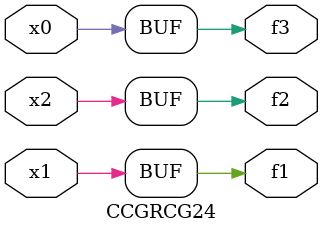
<source format=v>
module CCGRCG24(
	input x0, x1, x2,
	output f1, f2, f3
);
	assign f1 = x1;
	assign f2 = x2;
	assign f3 = x0;
endmodule

</source>
